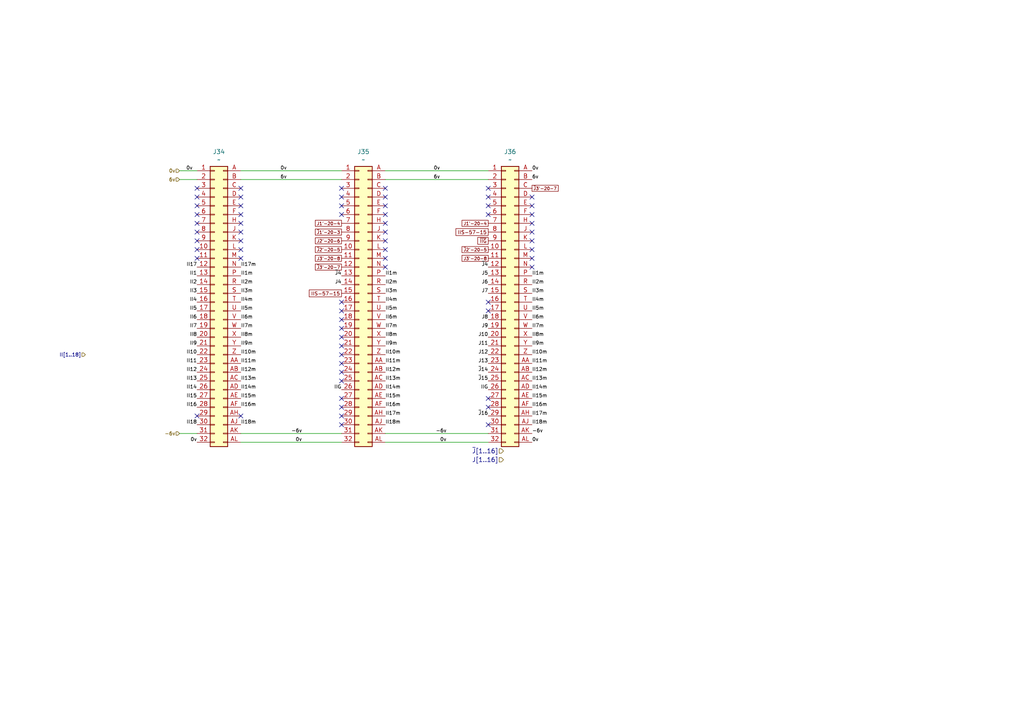
<source format=kicad_sch>
(kicad_sch (version 20211123) (generator eeschema)

  (uuid 6f5662dd-c0c0-4e46-b2db-e6a4abe5f038)

  (paper "A4")

  (lib_symbols
    (symbol "LSA:Conn_02x32" (pin_names (offset 1.016) hide) (in_bom yes) (on_board yes)
      (property "Reference" "J" (id 0) (at 1.27 40.64 0)
        (effects (font (size 1.27 1.27)))
      )
      (property "Value" "Conn_02x32" (id 1) (at 1.27 -43.18 0)
        (effects (font (size 1.27 1.27)))
      )
      (property "Footprint" "" (id 2) (at 0 0 0)
        (effects (font (size 1.27 1.27)) hide)
      )
      (property "Datasheet" "" (id 3) (at 0 0 0)
        (effects (font (size 1.27 1.27)) hide)
      )
      (property "ki_fp_filters" "Connector*:*_2x??_*" (id 4) (at 0 0 0)
        (effects (font (size 1.27 1.27)) hide)
      )
      (symbol "Conn_02x32_1_1"
        (rectangle (start -1.27 -40.513) (end 0 -40.767)
          (stroke (width 0.1524) (type default) (color 0 0 0 0))
          (fill (type none))
        )
        (rectangle (start -1.27 -37.973) (end 0 -38.227)
          (stroke (width 0.1524) (type default) (color 0 0 0 0))
          (fill (type none))
        )
        (rectangle (start -1.27 -35.433) (end 0 -35.687)
          (stroke (width 0.1524) (type default) (color 0 0 0 0))
          (fill (type none))
        )
        (rectangle (start -1.27 -32.893) (end 0 -33.147)
          (stroke (width 0.1524) (type default) (color 0 0 0 0))
          (fill (type none))
        )
        (rectangle (start -1.27 -30.353) (end 0 -30.607)
          (stroke (width 0.1524) (type default) (color 0 0 0 0))
          (fill (type none))
        )
        (rectangle (start -1.27 -27.813) (end 0 -28.067)
          (stroke (width 0.1524) (type default) (color 0 0 0 0))
          (fill (type none))
        )
        (rectangle (start -1.27 -25.273) (end 0 -25.527)
          (stroke (width 0.1524) (type default) (color 0 0 0 0))
          (fill (type none))
        )
        (rectangle (start -1.27 -22.733) (end 0 -22.987)
          (stroke (width 0.1524) (type default) (color 0 0 0 0))
          (fill (type none))
        )
        (rectangle (start -1.27 -20.193) (end 0 -20.447)
          (stroke (width 0.1524) (type default) (color 0 0 0 0))
          (fill (type none))
        )
        (rectangle (start -1.27 -17.653) (end 0 -17.907)
          (stroke (width 0.1524) (type default) (color 0 0 0 0))
          (fill (type none))
        )
        (rectangle (start -1.27 -15.113) (end 0 -15.367)
          (stroke (width 0.1524) (type default) (color 0 0 0 0))
          (fill (type none))
        )
        (rectangle (start -1.27 -12.573) (end 0 -12.827)
          (stroke (width 0.1524) (type default) (color 0 0 0 0))
          (fill (type none))
        )
        (rectangle (start -1.27 -10.033) (end 0 -10.287)
          (stroke (width 0.1524) (type default) (color 0 0 0 0))
          (fill (type none))
        )
        (rectangle (start -1.27 -7.493) (end 0 -7.747)
          (stroke (width 0.1524) (type default) (color 0 0 0 0))
          (fill (type none))
        )
        (rectangle (start -1.27 -4.953) (end 0 -5.207)
          (stroke (width 0.1524) (type default) (color 0 0 0 0))
          (fill (type none))
        )
        (rectangle (start -1.27 -2.413) (end 0 -2.667)
          (stroke (width 0.1524) (type default) (color 0 0 0 0))
          (fill (type none))
        )
        (rectangle (start -1.27 0.127) (end 0 -0.127)
          (stroke (width 0.1524) (type default) (color 0 0 0 0))
          (fill (type none))
        )
        (rectangle (start -1.27 2.667) (end 0 2.413)
          (stroke (width 0.1524) (type default) (color 0 0 0 0))
          (fill (type none))
        )
        (rectangle (start -1.27 5.207) (end 0 4.953)
          (stroke (width 0.1524) (type default) (color 0 0 0 0))
          (fill (type none))
        )
        (rectangle (start -1.27 7.747) (end 0 7.493)
          (stroke (width 0.1524) (type default) (color 0 0 0 0))
          (fill (type none))
        )
        (rectangle (start -1.27 10.287) (end 0 10.033)
          (stroke (width 0.1524) (type default) (color 0 0 0 0))
          (fill (type none))
        )
        (rectangle (start -1.27 12.827) (end 0 12.573)
          (stroke (width 0.1524) (type default) (color 0 0 0 0))
          (fill (type none))
        )
        (rectangle (start -1.27 15.367) (end 0 15.113)
          (stroke (width 0.1524) (type default) (color 0 0 0 0))
          (fill (type none))
        )
        (rectangle (start -1.27 17.907) (end 0 17.653)
          (stroke (width 0.1524) (type default) (color 0 0 0 0))
          (fill (type none))
        )
        (rectangle (start -1.27 20.447) (end 0 20.193)
          (stroke (width 0.1524) (type default) (color 0 0 0 0))
          (fill (type none))
        )
        (rectangle (start -1.27 22.987) (end 0 22.733)
          (stroke (width 0.1524) (type default) (color 0 0 0 0))
          (fill (type none))
        )
        (rectangle (start -1.27 25.527) (end 0 25.273)
          (stroke (width 0.1524) (type default) (color 0 0 0 0))
          (fill (type none))
        )
        (rectangle (start -1.27 28.067) (end 0 27.813)
          (stroke (width 0.1524) (type default) (color 0 0 0 0))
          (fill (type none))
        )
        (rectangle (start -1.27 30.607) (end 0 30.353)
          (stroke (width 0.1524) (type default) (color 0 0 0 0))
          (fill (type none))
        )
        (rectangle (start -1.27 33.147) (end 0 32.893)
          (stroke (width 0.1524) (type default) (color 0 0 0 0))
          (fill (type none))
        )
        (rectangle (start -1.27 35.687) (end 0 35.433)
          (stroke (width 0.1524) (type default) (color 0 0 0 0))
          (fill (type none))
        )
        (rectangle (start -1.27 38.227) (end 0 37.973)
          (stroke (width 0.1524) (type default) (color 0 0 0 0))
          (fill (type none))
        )
        (rectangle (start -1.27 39.37) (end 3.81 -41.91)
          (stroke (width 0.254) (type default) (color 0 0 0 0))
          (fill (type background))
        )
        (rectangle (start 3.81 -40.513) (end 2.54 -40.767)
          (stroke (width 0.1524) (type default) (color 0 0 0 0))
          (fill (type none))
        )
        (rectangle (start 3.81 -37.973) (end 2.54 -38.227)
          (stroke (width 0.1524) (type default) (color 0 0 0 0))
          (fill (type none))
        )
        (rectangle (start 3.81 -35.433) (end 2.54 -35.687)
          (stroke (width 0.1524) (type default) (color 0 0 0 0))
          (fill (type none))
        )
        (rectangle (start 3.81 -32.893) (end 2.54 -33.147)
          (stroke (width 0.1524) (type default) (color 0 0 0 0))
          (fill (type none))
        )
        (rectangle (start 3.81 -30.353) (end 2.54 -30.607)
          (stroke (width 0.1524) (type default) (color 0 0 0 0))
          (fill (type none))
        )
        (rectangle (start 3.81 -27.813) (end 2.54 -28.067)
          (stroke (width 0.1524) (type default) (color 0 0 0 0))
          (fill (type none))
        )
        (rectangle (start 3.81 -25.273) (end 2.54 -25.527)
          (stroke (width 0.1524) (type default) (color 0 0 0 0))
          (fill (type none))
        )
        (rectangle (start 3.81 -22.733) (end 2.54 -22.987)
          (stroke (width 0.1524) (type default) (color 0 0 0 0))
          (fill (type none))
        )
        (rectangle (start 3.81 -20.193) (end 2.54 -20.447)
          (stroke (width 0.1524) (type default) (color 0 0 0 0))
          (fill (type none))
        )
        (rectangle (start 3.81 -17.653) (end 2.54 -17.907)
          (stroke (width 0.1524) (type default) (color 0 0 0 0))
          (fill (type none))
        )
        (rectangle (start 3.81 -15.113) (end 2.54 -15.367)
          (stroke (width 0.1524) (type default) (color 0 0 0 0))
          (fill (type none))
        )
        (rectangle (start 3.81 -12.573) (end 2.54 -12.827)
          (stroke (width 0.1524) (type default) (color 0 0 0 0))
          (fill (type none))
        )
        (rectangle (start 3.81 -10.033) (end 2.54 -10.287)
          (stroke (width 0.1524) (type default) (color 0 0 0 0))
          (fill (type none))
        )
        (rectangle (start 3.81 -7.493) (end 2.54 -7.747)
          (stroke (width 0.1524) (type default) (color 0 0 0 0))
          (fill (type none))
        )
        (rectangle (start 3.81 -4.953) (end 2.54 -5.207)
          (stroke (width 0.1524) (type default) (color 0 0 0 0))
          (fill (type none))
        )
        (rectangle (start 3.81 -2.413) (end 2.54 -2.667)
          (stroke (width 0.1524) (type default) (color 0 0 0 0))
          (fill (type none))
        )
        (rectangle (start 3.81 0.127) (end 2.54 -0.127)
          (stroke (width 0.1524) (type default) (color 0 0 0 0))
          (fill (type none))
        )
        (rectangle (start 3.81 2.667) (end 2.54 2.413)
          (stroke (width 0.1524) (type default) (color 0 0 0 0))
          (fill (type none))
        )
        (rectangle (start 3.81 5.207) (end 2.54 4.953)
          (stroke (width 0.1524) (type default) (color 0 0 0 0))
          (fill (type none))
        )
        (rectangle (start 3.81 7.747) (end 2.54 7.493)
          (stroke (width 0.1524) (type default) (color 0 0 0 0))
          (fill (type none))
        )
        (rectangle (start 3.81 10.287) (end 2.54 10.033)
          (stroke (width 0.1524) (type default) (color 0 0 0 0))
          (fill (type none))
        )
        (rectangle (start 3.81 12.827) (end 2.54 12.573)
          (stroke (width 0.1524) (type default) (color 0 0 0 0))
          (fill (type none))
        )
        (rectangle (start 3.81 15.367) (end 2.54 15.113)
          (stroke (width 0.1524) (type default) (color 0 0 0 0))
          (fill (type none))
        )
        (rectangle (start 3.81 17.907) (end 2.54 17.653)
          (stroke (width 0.1524) (type default) (color 0 0 0 0))
          (fill (type none))
        )
        (rectangle (start 3.81 20.447) (end 2.54 20.193)
          (stroke (width 0.1524) (type default) (color 0 0 0 0))
          (fill (type none))
        )
        (rectangle (start 3.81 22.987) (end 2.54 22.733)
          (stroke (width 0.1524) (type default) (color 0 0 0 0))
          (fill (type none))
        )
        (rectangle (start 3.81 25.527) (end 2.54 25.273)
          (stroke (width 0.1524) (type default) (color 0 0 0 0))
          (fill (type none))
        )
        (rectangle (start 3.81 28.067) (end 2.54 27.813)
          (stroke (width 0.1524) (type default) (color 0 0 0 0))
          (fill (type none))
        )
        (rectangle (start 3.81 30.607) (end 2.54 30.353)
          (stroke (width 0.1524) (type default) (color 0 0 0 0))
          (fill (type none))
        )
        (rectangle (start 3.81 33.147) (end 2.54 32.893)
          (stroke (width 0.1524) (type default) (color 0 0 0 0))
          (fill (type none))
        )
        (rectangle (start 3.81 35.687) (end 2.54 35.433)
          (stroke (width 0.1524) (type default) (color 0 0 0 0))
          (fill (type none))
        )
        (rectangle (start 3.81 38.227) (end 2.54 37.973)
          (stroke (width 0.1524) (type default) (color 0 0 0 0))
          (fill (type none))
        )
        (pin passive line (at -5.08 38.1 0) (length 3.81)
          (name "Pin_1" (effects (font (size 1.27 1.27))))
          (number "1" (effects (font (size 1.27 1.27))))
        )
        (pin passive line (at -5.08 15.24 0) (length 3.81)
          (name "Pin_10" (effects (font (size 1.27 1.27))))
          (number "10" (effects (font (size 1.27 1.27))))
        )
        (pin passive line (at -5.08 12.7 0) (length 3.81)
          (name "Pin_11" (effects (font (size 1.27 1.27))))
          (number "11" (effects (font (size 1.27 1.27))))
        )
        (pin passive line (at -5.08 10.16 0) (length 3.81)
          (name "Pin_12" (effects (font (size 1.27 1.27))))
          (number "12" (effects (font (size 1.27 1.27))))
        )
        (pin passive line (at -5.08 7.62 0) (length 3.81)
          (name "Pin_13" (effects (font (size 1.27 1.27))))
          (number "13" (effects (font (size 1.27 1.27))))
        )
        (pin passive line (at -5.08 5.08 0) (length 3.81)
          (name "Pin_14" (effects (font (size 1.27 1.27))))
          (number "14" (effects (font (size 1.27 1.27))))
        )
        (pin passive line (at -5.08 2.54 0) (length 3.81)
          (name "Pin_15" (effects (font (size 1.27 1.27))))
          (number "15" (effects (font (size 1.27 1.27))))
        )
        (pin passive line (at -5.08 0 0) (length 3.81)
          (name "Pin_16" (effects (font (size 1.27 1.27))))
          (number "16" (effects (font (size 1.27 1.27))))
        )
        (pin passive line (at -5.08 -2.54 0) (length 3.81)
          (name "Pin_17" (effects (font (size 1.27 1.27))))
          (number "17" (effects (font (size 1.27 1.27))))
        )
        (pin passive line (at -5.08 -5.08 0) (length 3.81)
          (name "Pin_18" (effects (font (size 1.27 1.27))))
          (number "18" (effects (font (size 1.27 1.27))))
        )
        (pin passive line (at -5.08 -7.62 0) (length 3.81)
          (name "Pin_19" (effects (font (size 1.27 1.27))))
          (number "19" (effects (font (size 1.27 1.27))))
        )
        (pin passive line (at -5.08 35.56 0) (length 3.81)
          (name "Pin_2" (effects (font (size 1.27 1.27))))
          (number "2" (effects (font (size 1.27 1.27))))
        )
        (pin passive line (at -5.08 -10.16 0) (length 3.81)
          (name "Pin_20" (effects (font (size 1.27 1.27))))
          (number "20" (effects (font (size 1.27 1.27))))
        )
        (pin passive line (at -5.08 -12.7 0) (length 3.81)
          (name "Pin_21" (effects (font (size 1.27 1.27))))
          (number "21" (effects (font (size 1.27 1.27))))
        )
        (pin passive line (at -5.08 -15.24 0) (length 3.81)
          (name "Pin_22" (effects (font (size 1.27 1.27))))
          (number "22" (effects (font (size 1.27 1.27))))
        )
        (pin passive line (at -5.08 -17.78 0) (length 3.81)
          (name "Pin_23" (effects (font (size 1.27 1.27))))
          (number "23" (effects (font (size 1.27 1.27))))
        )
        (pin passive line (at -5.08 -20.32 0) (length 3.81)
          (name "Pin_24" (effects (font (size 1.27 1.27))))
          (number "24" (effects (font (size 1.27 1.27))))
        )
        (pin passive line (at -5.08 -22.86 0) (length 3.81)
          (name "Pin_25" (effects (font (size 1.27 1.27))))
          (number "25" (effects (font (size 1.27 1.27))))
        )
        (pin passive line (at -5.08 -25.4 0) (length 3.81)
          (name "Pin_26" (effects (font (size 1.27 1.27))))
          (number "26" (effects (font (size 1.27 1.27))))
        )
        (pin passive line (at -5.08 -27.94 0) (length 3.81)
          (name "Pin_27" (effects (font (size 1.27 1.27))))
          (number "27" (effects (font (size 1.27 1.27))))
        )
        (pin passive line (at -5.08 -30.48 0) (length 3.81)
          (name "Pin_28" (effects (font (size 1.27 1.27))))
          (number "28" (effects (font (size 1.27 1.27))))
        )
        (pin passive line (at -5.08 -33.02 0) (length 3.81)
          (name "Pin_29" (effects (font (size 1.27 1.27))))
          (number "29" (effects (font (size 1.27 1.27))))
        )
        (pin passive line (at -5.08 33.02 0) (length 3.81)
          (name "Pin_3" (effects (font (size 1.27 1.27))))
          (number "3" (effects (font (size 1.27 1.27))))
        )
        (pin passive line (at -5.08 -35.56 0) (length 3.81)
          (name "Pin_30" (effects (font (size 1.27 1.27))))
          (number "30" (effects (font (size 1.27 1.27))))
        )
        (pin passive line (at -5.08 -38.1 0) (length 3.81)
          (name "Pin_31" (effects (font (size 1.27 1.27))))
          (number "31" (effects (font (size 1.27 1.27))))
        )
        (pin passive line (at -5.08 -40.64 0) (length 3.81)
          (name "Pin_32" (effects (font (size 1.27 1.27))))
          (number "32" (effects (font (size 1.27 1.27))))
        )
        (pin passive line (at -5.08 30.48 0) (length 3.81)
          (name "Pin_4" (effects (font (size 1.27 1.27))))
          (number "4" (effects (font (size 1.27 1.27))))
        )
        (pin passive line (at -5.08 27.94 0) (length 3.81)
          (name "Pin_5" (effects (font (size 1.27 1.27))))
          (number "5" (effects (font (size 1.27 1.27))))
        )
        (pin passive line (at -5.08 25.4 0) (length 3.81)
          (name "Pin_6" (effects (font (size 1.27 1.27))))
          (number "6" (effects (font (size 1.27 1.27))))
        )
        (pin passive line (at -5.08 22.86 0) (length 3.81)
          (name "Pin_7" (effects (font (size 1.27 1.27))))
          (number "7" (effects (font (size 1.27 1.27))))
        )
        (pin passive line (at -5.08 20.32 0) (length 3.81)
          (name "Pin_8" (effects (font (size 1.27 1.27))))
          (number "8" (effects (font (size 1.27 1.27))))
        )
        (pin passive line (at -5.08 17.78 0) (length 3.81)
          (name "Pin_9" (effects (font (size 1.27 1.27))))
          (number "9" (effects (font (size 1.27 1.27))))
        )
        (pin passive line (at 7.62 38.1 180) (length 3.81)
          (name "Pin_A" (effects (font (size 1.27 1.27))))
          (number "A" (effects (font (size 1.27 1.27))))
        )
        (pin passive line (at 7.62 -17.78 180) (length 3.81)
          (name "Pin_AA" (effects (font (size 1.27 1.27))))
          (number "AA" (effects (font (size 1.27 1.27))))
        )
        (pin passive line (at 7.62 -20.32 180) (length 3.81)
          (name "Pin_AB" (effects (font (size 1.27 1.27))))
          (number "AB" (effects (font (size 1.27 1.27))))
        )
        (pin passive line (at 7.62 -22.86 180) (length 3.81)
          (name "Pin_AC" (effects (font (size 1.27 1.27))))
          (number "AC" (effects (font (size 1.27 1.27))))
        )
        (pin passive line (at 7.62 -25.4 180) (length 3.81)
          (name "Pin_AD" (effects (font (size 1.27 1.27))))
          (number "AD" (effects (font (size 1.27 1.27))))
        )
        (pin passive line (at 7.62 -27.94 180) (length 3.81)
          (name "Pin_AE" (effects (font (size 1.27 1.27))))
          (number "AE" (effects (font (size 1.27 1.27))))
        )
        (pin passive line (at 7.62 -30.48 180) (length 3.81)
          (name "Pin_AF" (effects (font (size 1.27 1.27))))
          (number "AF" (effects (font (size 1.27 1.27))))
        )
        (pin passive line (at 7.62 -33.02 180) (length 3.81)
          (name "Pin_AH" (effects (font (size 1.27 1.27))))
          (number "AH" (effects (font (size 1.27 1.27))))
        )
        (pin passive line (at 7.62 -35.56 180) (length 3.81)
          (name "Pin_AJ" (effects (font (size 1.27 1.27))))
          (number "AJ" (effects (font (size 1.27 1.27))))
        )
        (pin passive line (at 7.62 -38.1 180) (length 3.81)
          (name "Pin_AK" (effects (font (size 1.27 1.27))))
          (number "AK" (effects (font (size 1.27 1.27))))
        )
        (pin passive line (at 7.62 -40.64 180) (length 3.81)
          (name "Pin_AL" (effects (font (size 1.27 1.27))))
          (number "AL" (effects (font (size 1.27 1.27))))
        )
        (pin passive line (at 7.62 35.56 180) (length 3.81)
          (name "Pin_B" (effects (font (size 1.27 1.27))))
          (number "B" (effects (font (size 1.27 1.27))))
        )
        (pin passive line (at 7.62 33.02 180) (length 3.81)
          (name "Pin_C" (effects (font (size 1.27 1.27))))
          (number "C" (effects (font (size 1.27 1.27))))
        )
        (pin passive line (at 7.62 30.48 180) (length 3.81)
          (name "Pin_D" (effects (font (size 1.27 1.27))))
          (number "D" (effects (font (size 1.27 1.27))))
        )
        (pin passive line (at 7.62 27.94 180) (length 3.81)
          (name "Pin_E" (effects (font (size 1.27 1.27))))
          (number "E" (effects (font (size 1.27 1.27))))
        )
        (pin passive line (at 7.62 25.4 180) (length 3.81)
          (name "Pin_F" (effects (font (size 1.27 1.27))))
          (number "F" (effects (font (size 1.27 1.27))))
        )
        (pin passive line (at 7.62 22.86 180) (length 3.81)
          (name "Pin_H" (effects (font (size 1.27 1.27))))
          (number "H" (effects (font (size 1.27 1.27))))
        )
        (pin passive line (at 7.62 20.32 180) (length 3.81)
          (name "Pin_J" (effects (font (size 1.27 1.27))))
          (number "J" (effects (font (size 1.27 1.27))))
        )
        (pin passive line (at 7.62 17.78 180) (length 3.81)
          (name "Pin_K" (effects (font (size 1.27 1.27))))
          (number "K" (effects (font (size 1.27 1.27))))
        )
        (pin passive line (at 7.62 15.24 180) (length 3.81)
          (name "Pin_L" (effects (font (size 1.27 1.27))))
          (number "L" (effects (font (size 1.27 1.27))))
        )
        (pin passive line (at 7.62 12.7 180) (length 3.81)
          (name "Pin_M" (effects (font (size 1.27 1.27))))
          (number "M" (effects (font (size 1.27 1.27))))
        )
        (pin passive line (at 7.62 10.16 180) (length 3.81)
          (name "Pin_N" (effects (font (size 1.27 1.27))))
          (number "N" (effects (font (size 1.27 1.27))))
        )
        (pin passive line (at 7.62 7.62 180) (length 3.81)
          (name "Pin_P" (effects (font (size 1.27 1.27))))
          (number "P" (effects (font (size 1.27 1.27))))
        )
        (pin passive line (at 7.62 5.08 180) (length 3.81)
          (name "Pin_R" (effects (font (size 1.27 1.27))))
          (number "R" (effects (font (size 1.27 1.27))))
        )
        (pin passive line (at 7.62 2.54 180) (length 3.81)
          (name "Pin_S" (effects (font (size 1.27 1.27))))
          (number "S" (effects (font (size 1.27 1.27))))
        )
        (pin passive line (at 7.62 0 180) (length 3.81)
          (name "Pin_T" (effects (font (size 1.27 1.27))))
          (number "T" (effects (font (size 1.27 1.27))))
        )
        (pin passive line (at 7.62 -2.54 180) (length 3.81)
          (name "Pin_U" (effects (font (size 1.27 1.27))))
          (number "U" (effects (font (size 1.27 1.27))))
        )
        (pin passive line (at 7.62 -5.08 180) (length 3.81)
          (name "Pin_V" (effects (font (size 1.27 1.27))))
          (number "V" (effects (font (size 1.27 1.27))))
        )
        (pin passive line (at 7.62 -7.62 180) (length 3.81)
          (name "Pin_W" (effects (font (size 1.27 1.27))))
          (number "W" (effects (font (size 1.27 1.27))))
        )
        (pin passive line (at 7.62 -10.16 180) (length 3.81)
          (name "Pin_X" (effects (font (size 1.27 1.27))))
          (number "X" (effects (font (size 1.27 1.27))))
        )
        (pin passive line (at 7.62 -12.7 180) (length 3.81)
          (name "Pin_Y" (effects (font (size 1.27 1.27))))
          (number "Y" (effects (font (size 1.27 1.27))))
        )
        (pin passive line (at 7.62 -15.24 180) (length 3.81)
          (name "Pin_Z" (effects (font (size 1.27 1.27))))
          (number "Z" (effects (font (size 1.27 1.27))))
        )
      )
    )
  )


  (no_connect (at 154.305 67.31) (uuid 022d5b10-5a8c-450a-b858-b9d4c2b508af))
  (no_connect (at 111.76 67.31) (uuid 06f0c27d-e707-41da-bfae-4fa53e391a7a))
  (no_connect (at 57.15 54.61) (uuid 0d85f418-ead9-4da1-9182-38a248dfa583))
  (no_connect (at 141.605 90.17) (uuid 0ea63f30-6276-4361-99a0-7745eaafd1ea))
  (no_connect (at 141.605 59.69) (uuid 0eaf31e4-65c2-4392-a0ec-948050ea2557))
  (no_connect (at 141.605 87.63) (uuid 17839c06-63a7-47b1-921d-66f9f7b6e723))
  (no_connect (at 141.605 57.15) (uuid 17e6206a-1895-4bfe-a102-58669b9f806a))
  (no_connect (at 99.06 97.79) (uuid 20569af1-1a60-46c4-a297-1e69ec73d1c9))
  (no_connect (at 154.305 69.85) (uuid 21502922-f79f-496b-b7aa-ec567aa6c20b))
  (no_connect (at 99.06 105.41) (uuid 243a0ad5-d016-4870-8f39-2f13ae4d87d9))
  (no_connect (at 154.305 74.93) (uuid 27e686ef-7363-415f-9fad-5c02c461b4d9))
  (no_connect (at 69.85 64.77) (uuid 2b340744-88a6-4e0b-8776-27a6fb4d6f96))
  (no_connect (at 69.85 67.31) (uuid 2becb9ee-78cc-4491-acd6-0bc325068781))
  (no_connect (at 99.06 59.69) (uuid 2e48860a-e332-4fed-b7b3-181991fd9a50))
  (no_connect (at 57.15 64.77) (uuid 325a3755-1512-4e52-a534-77f7e66dc369))
  (no_connect (at 57.15 62.23) (uuid 32bd3292-1384-47d5-9e5c-faa7347adc6c))
  (no_connect (at 99.06 110.49) (uuid 343ea11b-137f-4f9e-9e57-f6156abca87c))
  (no_connect (at 57.15 74.93) (uuid 35a5d773-5fb4-40f1-a0a3-e1e8b346a9ea))
  (no_connect (at 111.76 69.85) (uuid 35c1fe75-5eed-4afc-aacc-257f15278568))
  (no_connect (at 141.605 62.23) (uuid 361cf1df-0d91-4fd9-84ea-485bbb166c13))
  (no_connect (at 57.15 120.65) (uuid 37f5b6e8-a58b-445a-b414-2fcfbc29da73))
  (no_connect (at 111.76 62.23) (uuid 43fdf3eb-817b-4c72-90a3-c4ba77ec7a6d))
  (no_connect (at 141.605 54.61) (uuid 4c73797f-818c-4af7-9b12-a7a14e98a9bb))
  (no_connect (at 154.305 77.47) (uuid 507cc9cb-2f44-4449-9b58-afae289098c3))
  (no_connect (at 141.605 115.57) (uuid 520b0a7f-fcd6-4ebf-858a-481e9347571c))
  (no_connect (at 154.305 62.23) (uuid 52894143-68a9-4441-90b7-9003f1c107b3))
  (no_connect (at 99.06 92.71) (uuid 550e4acf-a20f-48d3-9adc-34621be90a13))
  (no_connect (at 57.15 72.39) (uuid 5658eeec-d0c9-428d-b1b9-ab2e40d53191))
  (no_connect (at 57.15 69.85) (uuid 5869e0bb-5fdd-43e2-be24-4ae18d0c7c11))
  (no_connect (at 99.06 115.57) (uuid 5a4b2c23-037a-4efa-9993-2189b447e2f1))
  (no_connect (at 99.06 102.87) (uuid 5b7cb587-6cf3-40ae-b123-44b0c23b0dd3))
  (no_connect (at 141.605 118.11) (uuid 5d764575-454c-4cd3-9f4b-3cfbb2eea4e2))
  (no_connect (at 99.06 62.23) (uuid 5e94f1ae-b358-4ca5-a1e0-294563e65bf0))
  (no_connect (at 69.85 59.69) (uuid 6165b22c-499e-491f-8153-282a75546220))
  (no_connect (at 99.06 95.25) (uuid 65db5b26-23d8-4f39-8af0-99f303159b68))
  (no_connect (at 99.06 100.33) (uuid 6b1a9ee9-49af-40e5-96f9-8c9bfe7747b2))
  (no_connect (at 57.15 67.31) (uuid 6c768680-a2d5-470b-822d-92fe2c01b400))
  (no_connect (at 111.76 57.15) (uuid 78975c6f-2ddc-4e7c-a775-451708415132))
  (no_connect (at 111.76 59.69) (uuid 7c238393-beb5-4953-b549-2fb4f54de1b3))
  (no_connect (at 99.06 87.63) (uuid 7d699990-bab0-4947-becc-0813ec97c9ae))
  (no_connect (at 99.06 123.19) (uuid 7f9c3178-3304-4dac-aa6d-589ca897727d))
  (no_connect (at 111.76 74.93) (uuid 861d42fc-064f-4551-b96f-785ecdd5a4b4))
  (no_connect (at 99.06 57.15) (uuid 88e24fe4-0380-4c46-8dcc-915fc782d570))
  (no_connect (at 99.06 118.11) (uuid 8eb6b7de-1f12-4c2d-9ceb-5a7098c443c9))
  (no_connect (at 99.06 107.95) (uuid 97162302-c80b-4af5-b0be-f5467ccaa682))
  (no_connect (at 69.85 72.39) (uuid 9f3c9331-8d58-43cb-8df2-f8026b8735e9))
  (no_connect (at 111.76 64.77) (uuid a2e66a44-073a-43b0-a3f1-a89f2cd7e8d9))
  (no_connect (at 154.305 59.69) (uuid a58af381-66ac-4490-a40a-50b7dbdccb26))
  (no_connect (at 69.85 54.61) (uuid b0bf0aa8-44b6-4b88-97db-dd56fce626dc))
  (no_connect (at 57.15 59.69) (uuid b58d5c57-5599-4b72-aa97-512950429924))
  (no_connect (at 111.76 77.47) (uuid ba3cb7c6-cc66-4250-b08e-07647991ff7f))
  (no_connect (at 99.06 120.65) (uuid bb84eec6-d21d-431c-9367-45fffd7d561e))
  (no_connect (at 69.85 120.65) (uuid bfe4921d-8911-4169-8437-26a49813a554))
  (no_connect (at 69.85 74.93) (uuid c18f6202-bda8-4c8d-8106-58fd5cc9a47a))
  (no_connect (at 69.85 69.85) (uuid ccf8b3bb-2447-4da5-9ffb-dfd800f74b30))
  (no_connect (at 99.06 54.61) (uuid cd78f1bf-2776-42d0-9dcf-d8ec1601e89b))
  (no_connect (at 141.605 123.19) (uuid d4315b8c-4d5c-441a-84ee-aea519ee1fa6))
  (no_connect (at 57.15 57.15) (uuid d76c76ee-b181-4243-ab65-b2205890c5b3))
  (no_connect (at 69.85 57.15) (uuid d99a187e-b09a-47e0-8151-1f70e91cc2ed))
  (no_connect (at 154.305 57.15) (uuid e49ae048-90c2-4137-9e50-4ec457cc1d7b))
  (no_connect (at 111.76 54.61) (uuid e7e1dc5b-8162-44c7-8907-7b0f19e8e946))
  (no_connect (at 69.85 62.23) (uuid f6924f38-e828-4042-8539-3601760d7ef7))
  (no_connect (at 154.305 72.39) (uuid fb5442fa-adc5-402e-8f9b-72c23d465592))
  (no_connect (at 111.76 72.39) (uuid fc4d81d1-1476-481e-93c6-7397df96e63a))
  (no_connect (at 154.305 64.77) (uuid fc62fdee-2467-44f0-992d-a106ded0f5ee))
  (no_connect (at 99.06 90.17) (uuid fd868357-103e-47bd-b587-bbef0d99c032))

  (wire (pts (xy 52.07 49.53) (xy 57.15 49.53))
    (stroke (width 0) (type default) (color 0 0 0 0))
    (uuid 013e4425-17fb-43b8-abfc-78bc9edfe658)
  )
  (wire (pts (xy 111.76 125.73) (xy 141.605 125.73))
    (stroke (width 0) (type default) (color 0 0 0 0))
    (uuid 233cd7c6-e290-43f6-a471-5c0cbb932bd3)
  )
  (wire (pts (xy 69.85 125.73) (xy 99.06 125.73))
    (stroke (width 0) (type default) (color 0 0 0 0))
    (uuid 4562fd9c-379b-41b7-8967-1942e2d0360f)
  )
  (wire (pts (xy 111.76 52.07) (xy 141.605 52.07))
    (stroke (width 0) (type default) (color 0 0 0 0))
    (uuid 48ab8731-5d18-4d6d-8c67-4d81be8721e7)
  )
  (wire (pts (xy 111.76 49.53) (xy 141.605 49.53))
    (stroke (width 0) (type default) (color 0 0 0 0))
    (uuid 51db5860-1f99-445a-b783-00d5e9f6ac82)
  )
  (wire (pts (xy 69.85 52.07) (xy 99.06 52.07))
    (stroke (width 0) (type default) (color 0 0 0 0))
    (uuid 5563907d-a591-4d15-b3d4-25fa797e8d4d)
  )
  (wire (pts (xy 69.85 128.27) (xy 99.06 128.27))
    (stroke (width 0) (type default) (color 0 0 0 0))
    (uuid 9d218779-7a0e-4270-983f-426e39b5bd0c)
  )
  (wire (pts (xy 69.85 49.53) (xy 99.06 49.53))
    (stroke (width 0) (type default) (color 0 0 0 0))
    (uuid a7958c14-78b6-4d64-aac5-2bed1d47e7fe)
  )
  (wire (pts (xy 111.76 128.27) (xy 141.605 128.27))
    (stroke (width 0) (type default) (color 0 0 0 0))
    (uuid afda60ab-fc7f-48e2-91cb-f34e7cc26d02)
  )
  (wire (pts (xy 57.15 52.07) (xy 52.07 52.07))
    (stroke (width 0) (type default) (color 0 0 0 0))
    (uuid b58521d1-42a1-40a1-8df8-6e9012386eb6)
  )
  (wire (pts (xy 57.15 125.73) (xy 52.07 125.73))
    (stroke (width 0) (type default) (color 0 0 0 0))
    (uuid dac79450-4fa5-42ff-ab90-98dfe431d168)
  )

  (label "II10m" (at 111.76 102.87 0)
    (effects (font (size 1.016 1.016)) (justify left bottom))
    (uuid 015497b5-c2c1-4d10-8c22-984bf983b1f9)
  )
  (label "II9m" (at 154.305 100.33 0)
    (effects (font (size 1.016 1.016)) (justify left bottom))
    (uuid 01930f87-5ca1-4547-8ddd-5f10472dae5c)
  )
  (label "II4" (at 57.15 87.63 180)
    (effects (font (size 1.016 1.016)) (justify right bottom))
    (uuid 053ddafc-e244-4000-878c-46b9b6451e88)
  )
  (label "II4m" (at 154.305 87.63 0)
    (effects (font (size 1.016 1.016)) (justify left bottom))
    (uuid 05f0f3c9-966b-4514-85d8-a74da4b83280)
  )
  (label "II13m" (at 154.305 110.49 0)
    (effects (font (size 1.016 1.016)) (justify left bottom))
    (uuid 067555c2-561b-4167-80b9-3de30982d3fa)
  )
  (label "II12m" (at 111.76 107.95 0)
    (effects (font (size 1.016 1.016)) (justify left bottom))
    (uuid 0829bbe7-d4cb-4952-85bc-b2f666a8ca93)
  )
  (label "II8m" (at 69.85 97.79 0)
    (effects (font (size 1.016 1.016)) (justify left bottom))
    (uuid 0a6fce0f-2f1c-49ad-9547-8ed929428bb1)
  )
  (label "II17m" (at 154.305 120.65 0)
    (effects (font (size 1.016 1.016)) (justify left bottom))
    (uuid 0d1201c6-419a-4450-8370-e4a8fa7d317a)
  )
  (label "J7" (at 141.605 85.09 180)
    (effects (font (size 1.016 1.016)) (justify right bottom))
    (uuid 142a2214-7ce3-448e-aedb-7ccdffbca3a3)
  )
  (label "6v" (at 154.305 52.07 0)
    (effects (font (size 1.016 1.016)) (justify left bottom))
    (uuid 186bc538-586d-4488-ae69-534e2bf4e4bc)
  )
  (label "II6m" (at 69.85 92.71 0)
    (effects (font (size 1.016 1.016)) (justify left bottom))
    (uuid 1aebeaeb-3d13-4fce-b011-2715198a32a0)
  )
  (label "II11m" (at 69.85 105.41 0)
    (effects (font (size 1.016 1.016)) (justify left bottom))
    (uuid 216d8d12-48f1-4cae-8cdc-31fb87e31d6a)
  )
  (label "-6v" (at 126.365 125.73 0)
    (effects (font (size 1.016 1.016)) (justify left bottom))
    (uuid 2892722d-c9d7-4043-a7c3-06922a0f75a0)
  )
  (label "II3m" (at 111.76 85.09 0)
    (effects (font (size 1.016 1.016)) (justify left bottom))
    (uuid 2a557d76-b8cf-4f12-b6eb-7f3bfdddd4e1)
  )
  (label "II9m" (at 69.85 100.33 0)
    (effects (font (size 1.016 1.016)) (justify left bottom))
    (uuid 2ab017f8-b050-41f2-8b97-b1766d0f518d)
  )
  (label "II2" (at 57.15 82.55 180)
    (effects (font (size 1.016 1.016)) (justify right bottom))
    (uuid 2cb0c9a6-0cb0-4d6f-97dc-901fa114324c)
  )
  (label "II15m" (at 69.85 115.57 0)
    (effects (font (size 1.016 1.016)) (justify left bottom))
    (uuid 2e86a628-8fa3-4238-abb8-0d9bb41db099)
  )
  (label "II6m" (at 154.305 92.71 0)
    (effects (font (size 1.016 1.016)) (justify left bottom))
    (uuid 2f0750c6-38ac-43a3-a48e-589cf5e7634c)
  )
  (label "II17m" (at 111.76 120.65 0)
    (effects (font (size 1.016 1.016)) (justify left bottom))
    (uuid 31a1093c-f978-47dd-a7e0-7cba494debdb)
  )
  (label "6v" (at 125.73 52.07 0)
    (effects (font (size 1.016 1.016)) (justify left bottom))
    (uuid 31d5e627-86b4-413a-9d26-f4eb09fbd38b)
  )
  (label "II1m" (at 154.305 80.01 0)
    (effects (font (size 1.016 1.016)) (justify left bottom))
    (uuid 37be4682-c9a8-4bc6-bb8e-433aec6d40eb)
  )
  (label "II2m" (at 154.305 82.55 0)
    (effects (font (size 1.016 1.016)) (justify left bottom))
    (uuid 381729e5-d189-4faa-bbc8-d74fd5cddf83)
  )
  (label "II17m" (at 69.85 77.47 0)
    (effects (font (size 1.016 1.016)) (justify left bottom))
    (uuid 3db092f9-b25a-4b26-b06b-45b30d6aaf13)
  )
  (label "II12m" (at 69.85 107.95 0)
    (effects (font (size 1.016 1.016)) (justify left bottom))
    (uuid 3ff0e243-05c8-4d62-a830-77d8fb74f431)
  )
  (label "II15m" (at 154.305 115.57 0)
    (effects (font (size 1.016 1.016)) (justify left bottom))
    (uuid 410bf304-04c9-4d62-911e-281785f0a2bf)
  )
  (label "J9" (at 141.605 95.25 180)
    (effects (font (size 1.016 1.016)) (justify right bottom))
    (uuid 4287073c-3f03-4f4d-a7d6-a934e5203822)
  )
  (label "II12" (at 57.15 107.95 180)
    (effects (font (size 1.016 1.016)) (justify right bottom))
    (uuid 44991a4d-0274-4330-bd5d-957e6cc3f3cb)
  )
  (label "J5" (at 141.605 80.01 180)
    (effects (font (size 1.016 1.016)) (justify right bottom))
    (uuid 4c29746c-fc48-4985-9c49-2af16bb53c02)
  )
  (label "II16m" (at 154.305 118.11 0)
    (effects (font (size 1.016 1.016)) (justify left bottom))
    (uuid 4c6d9f5f-4f61-4067-bc57-13edad630596)
  )
  (label "II17" (at 57.15 77.47 180)
    (effects (font (size 1.016 1.016)) (justify right bottom))
    (uuid 4cdfe7d8-ae65-44a1-8922-f1d5d9245872)
  )
  (label "IIG" (at 99.06 113.03 180)
    (effects (font (size 1.016 1.016)) (justify right bottom))
    (uuid 4dd18fcc-c68d-484d-8c67-59a63cb5d98d)
  )
  (label "J11" (at 141.605 100.33 180)
    (effects (font (size 1.016 1.016)) (justify right bottom))
    (uuid 4ffd95c6-aeaf-46c6-bf49-f4009fb86c87)
  )
  (label "II14m" (at 154.305 113.03 0)
    (effects (font (size 1.016 1.016)) (justify left bottom))
    (uuid 50c69229-0d24-4bad-a1c1-a54afa3806cb)
  )
  (label "II7" (at 57.15 95.25 180)
    (effects (font (size 1.016 1.016)) (justify right bottom))
    (uuid 511dc9bb-2748-4e11-a68e-b1d394e992b7)
  )
  (label "II13" (at 57.15 110.49 180)
    (effects (font (size 1.016 1.016)) (justify right bottom))
    (uuid 52799284-3844-419b-bd2d-80e7d331a1ea)
  )
  (label "J10" (at 141.605 97.79 180)
    (effects (font (size 1.016 1.016)) (justify right bottom))
    (uuid 56aaed36-3482-4166-8b00-37eaa4a7b7aa)
  )
  (label "II9m" (at 111.76 100.33 0)
    (effects (font (size 1.016 1.016)) (justify left bottom))
    (uuid 56ab8b5a-bae7-47e0-8c4b-e2235655dc32)
  )
  (label "II8m" (at 154.305 97.79 0)
    (effects (font (size 1.016 1.016)) (justify left bottom))
    (uuid 5fcfa29e-9599-46d4-bba9-3e7030a415dc)
  )
  (label "II13m" (at 69.85 110.49 0)
    (effects (font (size 1.016 1.016)) (justify left bottom))
    (uuid 5fd32546-8711-4268-b780-d3aad6d45c07)
  )
  (label "II8m" (at 111.76 97.79 0)
    (effects (font (size 1.016 1.016)) (justify left bottom))
    (uuid 609df70f-e710-4461-a7c4-a688d3084416)
  )
  (label "II18m" (at 111.76 123.19 0)
    (effects (font (size 1.016 1.016)) (justify left bottom))
    (uuid 62d54d40-46a3-4041-af9e-9ee3e0f3f011)
  )
  (label "II12m" (at 154.305 107.95 0)
    (effects (font (size 1.016 1.016)) (justify left bottom))
    (uuid 684f8382-6d69-4fbd-a99d-a2898c09f5c8)
  )
  (label "II11m" (at 111.76 105.41 0)
    (effects (font (size 1.016 1.016)) (justify left bottom))
    (uuid 6bd81d24-7aa4-43ea-bf48-e62ba7f39a74)
  )
  (label "J6" (at 141.605 82.55 180)
    (effects (font (size 1.016 1.016)) (justify right bottom))
    (uuid 6c0d5fc3-1f3d-4508-89c3-a284ca46c9d4)
  )
  (label "~{J}16" (at 141.605 120.65 180)
    (effects (font (size 1.016 1.016)) (justify right bottom))
    (uuid 6ee5654d-e674-4377-9d95-d4eb5ec228c2)
  )
  (label "II7m" (at 111.76 95.25 0)
    (effects (font (size 1.016 1.016)) (justify left bottom))
    (uuid 704d3ef0-d025-47f3-8006-2f120aaa2c10)
  )
  (label "II14" (at 57.15 113.03 180)
    (effects (font (size 1.016 1.016)) (justify right bottom))
    (uuid 75185d30-fd67-4667-9217-da984b75a49d)
  )
  (label "II11" (at 57.15 105.41 180)
    (effects (font (size 1.016 1.016)) (justify right bottom))
    (uuid 765f5fc1-b323-4f62-80c5-e9d19e4329ee)
  )
  (label "J13" (at 141.605 105.41 180)
    (effects (font (size 1.016 1.016)) (justify right bottom))
    (uuid 794ed773-b933-40d0-aa32-ec485e62b9a7)
  )
  (label "II9" (at 57.15 100.33 180)
    (effects (font (size 1.016 1.016)) (justify right bottom))
    (uuid 8080e52a-3fd7-404f-a9dc-b9939d9e1814)
  )
  (label "II5m" (at 69.85 90.17 0)
    (effects (font (size 1.016 1.016)) (justify left bottom))
    (uuid 816aa1c1-62c3-4ea8-9a04-c614d6f57a5c)
  )
  (label "II1m" (at 111.76 80.01 0)
    (effects (font (size 1.016 1.016)) (justify left bottom))
    (uuid 824f2537-664f-4b40-a743-6523c209fb20)
  )
  (label "J12" (at 141.605 102.87 180)
    (effects (font (size 1.016 1.016)) (justify right bottom))
    (uuid 82ed3cb6-91f1-4731-8691-bc46cf10ce52)
  )
  (label "II10m" (at 69.85 102.87 0)
    (effects (font (size 1.016 1.016)) (justify left bottom))
    (uuid 85316bba-127b-44d8-b507-7aaa2084387a)
  )
  (label "II18" (at 57.15 123.19 180)
    (effects (font (size 1.016 1.016)) (justify right bottom))
    (uuid 8681fd22-ac91-4709-a394-f0f64648ed3b)
  )
  (label "~{J}14" (at 141.605 107.95 180)
    (effects (font (size 1.016 1.016)) (justify right bottom))
    (uuid 86efca76-b336-46fa-94be-e6a0f7a37686)
  )
  (label "0v" (at 154.305 49.53 0)
    (effects (font (size 1.016 1.016)) (justify left bottom))
    (uuid 86fa922d-add5-475f-9637-d8dacb32e305)
  )
  (label "II4m" (at 111.76 87.63 0)
    (effects (font (size 1.016 1.016)) (justify left bottom))
    (uuid 87967802-d705-4ad8-97c4-1908bc357c04)
  )
  (label "II4m" (at 69.85 87.63 0)
    (effects (font (size 1.016 1.016)) (justify left bottom))
    (uuid 889eb1f8-b0b6-4f6f-8591-7e0eabbce23e)
  )
  (label "0v" (at 129.54 128.27 180)
    (effects (font (size 1.016 1.016)) (justify right bottom))
    (uuid 8949e2d9-e00d-40fd-8709-089c1991e8cb)
  )
  (label "II2m" (at 111.76 82.55 0)
    (effects (font (size 1.016 1.016)) (justify left bottom))
    (uuid 9285820b-55f2-470c-a734-3820de54fb4f)
  )
  (label "II1" (at 57.15 80.01 180)
    (effects (font (size 1.016 1.016)) (justify right bottom))
    (uuid 99ac5b21-f5fe-4d0b-b775-bd08bff8d826)
  )
  (label "II3m" (at 154.305 85.09 0)
    (effects (font (size 1.016 1.016)) (justify left bottom))
    (uuid 9def57fc-60e9-4d4a-a919-f79d84a75a63)
  )
  (label "0v" (at 81.28 49.53 0)
    (effects (font (size 1.016 1.016)) (justify left bottom))
    (uuid a268290e-838e-4a86-8e50-25a14bf9bad4)
  )
  (label "II3" (at 57.15 85.09 180)
    (effects (font (size 1.016 1.016)) (justify right bottom))
    (uuid a489d960-547c-4b54-83b4-5168e1242788)
  )
  (label "~{J}4" (at 141.605 77.47 180)
    (effects (font (size 1.016 1.016)) (justify right bottom))
    (uuid a6056835-ac3d-4d27-aa17-da87e16164ce)
  )
  (label "~{J}15" (at 141.605 110.49 180)
    (effects (font (size 1.016 1.016)) (justify right bottom))
    (uuid a8e6174a-e884-4449-9aed-1634b6fd0fdc)
  )
  (label "II2m" (at 69.85 82.55 0)
    (effects (font (size 1.016 1.016)) (justify left bottom))
    (uuid a9c7786d-9c6b-4975-b371-b1c1d07855ab)
  )
  (label "J4" (at 99.06 82.55 180)
    (effects (font (size 1.016 1.016)) (justify right bottom))
    (uuid ab0208af-f67b-4715-9c80-d09f12a51abb)
  )
  (label "II6m" (at 111.76 92.71 0)
    (effects (font (size 1.016 1.016)) (justify left bottom))
    (uuid b2dd5d9f-a83e-4b08-ae4a-613a4415f541)
  )
  (label "II14m" (at 111.76 113.03 0)
    (effects (font (size 1.016 1.016)) (justify left bottom))
    (uuid b8220655-b967-4035-9ae7-7b7dc7c0e8e4)
  )
  (label "-6v" (at 154.305 125.73 0)
    (effects (font (size 1.016 1.016)) (justify left bottom))
    (uuid bd1b8842-ed48-4638-b27c-d34f93f9a3c8)
  )
  (label "II7m" (at 154.305 95.25 0)
    (effects (font (size 1.016 1.016)) (justify left bottom))
    (uuid becc6586-13e2-4036-b290-80c471eb9ac6)
  )
  (label "II15" (at 57.15 115.57 180)
    (effects (font (size 1.016 1.016)) (justify right bottom))
    (uuid bfea6819-ae24-413a-b7b4-3842a865664c)
  )
  (label "II8" (at 57.15 97.79 180)
    (effects (font (size 1.016 1.016)) (justify right bottom))
    (uuid c20d3214-0616-4fcb-b2eb-b5072fa3c919)
  )
  (label "II3m" (at 69.85 85.09 0)
    (effects (font (size 1.016 1.016)) (justify left bottom))
    (uuid c21e9da2-add3-49e2-b4b4-688a2ae52663)
  )
  (label "II14m" (at 69.85 113.03 0)
    (effects (font (size 1.016 1.016)) (justify left bottom))
    (uuid c2b2bf8d-a2f6-4243-9c9b-112cc93bbcb5)
  )
  (label "II15m" (at 111.76 115.57 0)
    (effects (font (size 1.016 1.016)) (justify left bottom))
    (uuid c875b323-b436-45b2-9ddf-4a8e186c3ecc)
  )
  (label "II6" (at 57.15 92.71 180)
    (effects (font (size 1.016 1.016)) (justify right bottom))
    (uuid c8c7a5b0-a51f-4e15-8617-5021f256bf46)
  )
  (label "II16m" (at 111.76 118.11 0)
    (effects (font (size 1.016 1.016)) (justify left bottom))
    (uuid c952dabc-31f0-434a-a772-0189eb82d7c1)
  )
  (label "II10m" (at 154.305 102.87 0)
    (effects (font (size 1.016 1.016)) (justify left bottom))
    (uuid ce06966c-5f6e-40fb-9e2e-15baeea7f2fc)
  )
  (label "0v" (at 87.63 128.27 180)
    (effects (font (size 1.016 1.016)) (justify right bottom))
    (uuid d26c4eac-c94b-4758-b1e2-f966c9261790)
  )
  (label "II16" (at 57.15 118.11 180)
    (effects (font (size 1.016 1.016)) (justify right bottom))
    (uuid d43b83ae-e511-4c58-9155-16c7697a2f0b)
  )
  (label "II13m" (at 111.76 110.49 0)
    (effects (font (size 1.016 1.016)) (justify left bottom))
    (uuid d962e873-be3b-4ad7-aee7-4048c393d1f5)
  )
  (label "II16m" (at 69.85 118.11 0)
    (effects (font (size 1.016 1.016)) (justify left bottom))
    (uuid d9d2424b-a8c2-4dbb-be60-c4a497d058a2)
  )
  (label "II10" (at 57.15 102.87 180)
    (effects (font (size 1.016 1.016)) (justify right bottom))
    (uuid d9e2b22d-562f-46cd-bebf-9900736012ed)
  )
  (label "II5m" (at 154.305 90.17 0)
    (effects (font (size 1.016 1.016)) (justify left bottom))
    (uuid df969041-e4c5-4032-a6d7-ccc7f7f211ed)
  )
  (label "~{J}4" (at 99.06 80.01 180)
    (effects (font (size 1.016 1.016)) (justify right bottom))
    (uuid e052c8ef-8a8a-4391-8c53-0b3445cace75)
  )
  (label "0v" (at 57.15 128.27 180)
    (effects (font (size 1.016 1.016)) (justify right bottom))
    (uuid e11eca51-5f79-41a1-96aa-10095b886517)
  )
  (label "IIG" (at 141.605 113.03 180)
    (effects (font (size 1.016 1.016)) (justify right bottom))
    (uuid e38afeaf-fa80-4458-9373-9d692988bb16)
  )
  (label "II7m" (at 69.85 95.25 0)
    (effects (font (size 1.016 1.016)) (justify left bottom))
    (uuid ed20b871-2ee6-4c4a-99e9-def8295e374e)
  )
  (label "II18m" (at 69.85 123.19 0)
    (effects (font (size 1.016 1.016)) (justify left bottom))
    (uuid eee4372c-e010-4a20-a176-3fdbb0d3f943)
  )
  (label "0v" (at 53.975 49.53 0)
    (effects (font (size 1.016 1.016)) (justify left bottom))
    (uuid ef3364a5-79a2-4e21-a5be-c59e8ae4fb8b)
  )
  (label "II1m" (at 69.85 80.01 0)
    (effects (font (size 1.016 1.016)) (justify left bottom))
    (uuid f062b8da-543c-4424-8b61-af8fa164f3bd)
  )
  (label "II18m" (at 154.305 123.19 0)
    (effects (font (size 1.016 1.016)) (justify left bottom))
    (uuid f0e19145-d995-4f57-8f69-0253ad7f6d4a)
  )
  (label "0v" (at 154.305 128.27 0)
    (effects (font (size 1.016 1.016)) (justify left bottom))
    (uuid f346e0be-bf73-42e9-b3d0-f797016cbdd2)
  )
  (label "II11m" (at 154.305 105.41 0)
    (effects (font (size 1.016 1.016)) (justify left bottom))
    (uuid f43987dd-8848-4e31-bbaf-27489c74ffb1)
  )
  (label "J8" (at 141.605 92.71 180)
    (effects (font (size 1.016 1.016)) (justify right bottom))
    (uuid f59bc859-113a-4fb4-80ae-14a7b50351b9)
  )
  (label "0v" (at 125.73 49.53 0)
    (effects (font (size 1.016 1.016)) (justify left bottom))
    (uuid f5eace0b-a68b-4a71-9ed9-6ed831594046)
  )
  (label "6v" (at 81.28 52.07 0)
    (effects (font (size 1.016 1.016)) (justify left bottom))
    (uuid f63e2d5b-1b3c-41df-91ea-98c6c773a1c7)
  )
  (label "II5" (at 57.15 90.17 180)
    (effects (font (size 1.016 1.016)) (justify right bottom))
    (uuid f996ce49-2ce7-4d62-833d-c60f531597ae)
  )
  (label "II5m" (at 111.76 90.17 0)
    (effects (font (size 1.016 1.016)) (justify left bottom))
    (uuid fe242ed4-8597-4de1-9b4f-fabee03a2fe2)
  )
  (label "-6v" (at 84.455 125.73 0)
    (effects (font (size 1.016 1.016)) (justify left bottom))
    (uuid fea1eca8-29ff-4187-8c8f-bb40fcf661a7)
  )

  (global_label "~{J}3'-20-7" (shape passive) (at 99.06 77.47 180) (fields_autoplaced)
    (effects (font (size 0.889 0.889)) (justify right))
    (uuid 02c7dff6-6aa5-4365-9f80-038cd25f3028)
    (property "Intersheet References" "${INTERSHEET_REFS}" (id 0) (at 90.7445 77.4145 0)
      (effects (font (size 0.889 0.889)) (justify right) hide)
    )
  )
  (global_label "~{J}3'-20-7" (shape passive) (at 154.305 54.61 0) (fields_autoplaced)
    (effects (font (size 0.889 0.889)) (justify left))
    (uuid 08c59f17-f8d3-421e-8461-66e041eb8601)
    (property "Intersheet References" "${INTERSHEET_REFS}" (id 0) (at 162.6205 54.6655 0)
      (effects (font (size 0.889 0.889)) (justify left) hide)
    )
  )
  (global_label "IIS-57-15" (shape passive) (at 99.06 85.09 180) (fields_autoplaced)
    (effects (font (size 1.016 1.016)) (justify right))
    (uuid 2798fc7b-efeb-4683-9ee5-18cb55ab8826)
    (property "Intersheet References" "${INTERSHEET_REFS}" (id 0) (at 5.08 0 0)
      (effects (font (size 1.27 1.27)) hide)
    )
  )
  (global_label "J3'-20-8" (shape passive) (at 99.06 74.93 180) (fields_autoplaced)
    (effects (font (size 0.889 0.889)) (justify right))
    (uuid 43f5b04b-adda-410f-8be8-76e95c505ff5)
    (property "Intersheet References" "${INTERSHEET_REFS}" (id 0) (at 90.7445 74.8745 0)
      (effects (font (size 0.889 0.889)) (justify right) hide)
    )
  )
  (global_label "J1'-20-4" (shape passive) (at 141.605 64.77 180) (fields_autoplaced)
    (effects (font (size 0.889 0.889)) (justify right))
    (uuid 5d761df7-7dea-4bb9-972d-d4729f85dde8)
    (property "Intersheet References" "${INTERSHEET_REFS}" (id 0) (at 47.625 0 0)
      (effects (font (size 1.27 1.27)) hide)
    )
  )
  (global_label "~{IIG}" (shape passive) (at 141.605 69.85 180) (fields_autoplaced)
    (effects (font (size 1.016 1.016)) (justify right))
    (uuid 67ce763f-bf76-4e21-ac5b-f03bc1f92e5b)
    (property "Intersheet References" "${INTERSHEET_REFS}" (id 0) (at 5.08 0 0)
      (effects (font (size 1.27 1.27)) hide)
    )
  )
  (global_label "~{J}2'-20-5" (shape passive) (at 141.605 72.39 180) (fields_autoplaced)
    (effects (font (size 0.889 0.889)) (justify right))
    (uuid 93dc406c-47a0-4d36-b808-d736c4520cf5)
    (property "Intersheet References" "${INTERSHEET_REFS}" (id 0) (at 133.2895 72.3345 0)
      (effects (font (size 0.889 0.889)) (justify right) hide)
    )
  )
  (global_label "IIS-57-15" (shape passive) (at 141.605 67.31 180) (fields_autoplaced)
    (effects (font (size 1.016 1.016)) (justify right))
    (uuid a4664033-ff31-4380-87c0-90ffe411faf9)
    (property "Intersheet References" "${INTERSHEET_REFS}" (id 0) (at 47.625 -17.78 0)
      (effects (font (size 1.27 1.27)) hide)
    )
  )
  (global_label "J2'-20-6" (shape passive) (at 99.06 69.85 180) (fields_autoplaced)
    (effects (font (size 0.889 0.889)) (justify right))
    (uuid a4ed9ce1-25fb-44d5-b871-4787dd0fa98b)
    (property "Intersheet References" "${INTERSHEET_REFS}" (id 0) (at 5.08 0 0)
      (effects (font (size 1.27 1.27)) hide)
    )
  )
  (global_label "J3'-20-8" (shape passive) (at 141.605 74.93 180) (fields_autoplaced)
    (effects (font (size 0.889 0.889)) (justify right))
    (uuid ab68750e-238c-4be6-9bf5-5bc45743ce3d)
    (property "Intersheet References" "${INTERSHEET_REFS}" (id 0) (at 133.2895 74.8745 0)
      (effects (font (size 0.889 0.889)) (justify right) hide)
    )
  )
  (global_label "~{J}1'-20-3" (shape passive) (at 99.06 67.31 180) (fields_autoplaced)
    (effects (font (size 0.889 0.889)) (justify right))
    (uuid ba872f23-24e1-4532-a44a-395e967c66a9)
    (property "Intersheet References" "${INTERSHEET_REFS}" (id 0) (at 5.08 0 0)
      (effects (font (size 1.27 1.27)) hide)
    )
  )
  (global_label "J1'-20-4" (shape passive) (at 99.06 64.77 180) (fields_autoplaced)
    (effects (font (size 0.889 0.889)) (justify right))
    (uuid d9d275da-9bd1-4c83-96c7-a7520df45652)
    (property "Intersheet References" "${INTERSHEET_REFS}" (id 0) (at 5.08 0 0)
      (effects (font (size 1.27 1.27)) hide)
    )
  )
  (global_label "~{J}2'-20-5" (shape passive) (at 99.06 72.39 180) (fields_autoplaced)
    (effects (font (size 0.889 0.889)) (justify right))
    (uuid e9e93a39-4cd3-4193-a76b-5a9579147d99)
    (property "Intersheet References" "${INTERSHEET_REFS}" (id 0) (at 90.7445 72.3345 0)
      (effects (font (size 0.889 0.889)) (justify right) hide)
    )
  )

  (hierarchical_label "0v" (shape input) (at 52.07 49.53 180)
    (effects (font (size 1.016 1.016)) (justify right))
    (uuid 3dbb0585-7402-485a-b62c-29cca3cfe32c)
  )
  (hierarchical_label "J[1..16]" (shape input) (at 146.05 133.35 180)
    (effects (font (size 1.27 1.27)) (justify right))
    (uuid 4c3121d0-0f92-403e-96d7-6e4420bc5676)
  )
  (hierarchical_label "~{J}[1..16]" (shape input) (at 146.05 130.81 180)
    (effects (font (size 1.27 1.27)) (justify right))
    (uuid 4dfa2771-08c5-49a8-bbbe-4fabe065bec5)
  )
  (hierarchical_label "II[1..18]" (shape input) (at 24.765 102.87 180)
    (effects (font (size 1.016 1.016)) (justify right))
    (uuid 79651545-6e56-4072-adba-97e45503722f)
  )
  (hierarchical_label "-6v" (shape input) (at 52.07 125.73 180)
    (effects (font (size 1.016 1.016)) (justify right))
    (uuid 91556471-8abe-4f24-95f9-266f9a523d30)
  )
  (hierarchical_label "6v" (shape input) (at 52.07 52.07 180)
    (effects (font (size 1.016 1.016)) (justify right))
    (uuid 93412553-5f43-4a1c-b519-d0ab38eb0e62)
  )

  (symbol (lib_id "LSA:Conn_02x32") (at 146.685 87.63 0) (unit 1)
    (in_bom yes) (on_board yes)
    (uuid 00000000-0000-0000-0000-000060c8d210)
    (property "Reference" "J36" (id 0) (at 147.955 44.0182 0))
    (property "Value" "~" (id 1) (at 147.955 46.3296 0))
    (property "Footprint" "ELLIOTT:DIN41612_B_2x32_Vertical" (id 2) (at 146.685 87.63 0)
      (effects (font (size 1.27 1.27)) hide)
    )
    (property "Datasheet" "" (id 3) (at 146.685 87.63 0)
      (effects (font (size 1.27 1.27)) hide)
    )
    (pin "1" (uuid 065b1940-e722-40d6-a83b-4b32d0b946d8))
    (pin "10" (uuid ee98bcad-3959-418d-b552-dc7e69366bd5))
    (pin "11" (uuid 4bbe64ec-c4bd-40fb-9afb-26987f64e802))
    (pin "12" (uuid c1808b9d-cacf-42cc-a6d6-080ede01b9af))
    (pin "13" (uuid 9ac42b7a-3bea-445e-8382-3b73595a8541))
    (pin "14" (uuid e6c121b8-f922-413f-9f1f-1c3c1f8c18aa))
    (pin "15" (uuid e1831cea-74d3-48db-b695-48a68a0bf357))
    (pin "16" (uuid fcaf8eed-a7f8-4033-9a4d-a2522dc75ba3))
    (pin "17" (uuid de95b361-5b99-4946-aea8-c6af41c336ed))
    (pin "18" (uuid f047f52e-ae39-4294-9244-6020cf0c81b2))
    (pin "19" (uuid e48bc96d-0a19-45ee-b3ff-85e82175e0dd))
    (pin "2" (uuid 1c38595b-a1d0-4f91-a61b-cb01a2068b22))
    (pin "20" (uuid 4ba3f961-4f23-479a-8bc1-cf4fcb9cea6e))
    (pin "21" (uuid 9fe04ec6-2b39-49ad-8c01-65160ae1491d))
    (pin "22" (uuid 1fc3d424-8d80-40e9-8cf6-4bcc74ee250f))
    (pin "23" (uuid a9099d77-47b7-404d-902e-c44c81367fe2))
    (pin "24" (uuid 1b6db372-5cd3-43c3-806d-db165ace8291))
    (pin "25" (uuid 9c417ee5-4bd3-49b1-a981-1dcd3e816ab1))
    (pin "26" (uuid 71f7c425-da53-47b7-8000-8ccc2d897fe2))
    (pin "27" (uuid 2ad486ed-6cae-4744-be74-8c4a25c4edae))
    (pin "28" (uuid a7bf060e-12ca-4ef8-9b31-cc991ecb7e8c))
    (pin "29" (uuid 3b451989-0916-40fa-9dae-79fcade674c2))
    (pin "3" (uuid 3ac268fe-8658-406a-bbb3-621d1bca9828))
    (pin "30" (uuid 1013187a-50e9-4164-87fc-efe77cc59455))
    (pin "31" (uuid e6895b9d-1611-4f58-9096-c99f9aeb749e))
    (pin "32" (uuid ee5062d2-8ed9-421b-b242-b1acff4df2d0))
    (pin "4" (uuid 496ebd6f-d86f-420c-8839-a7cf98ad5746))
    (pin "5" (uuid a294c99f-ac69-4b3f-b534-7bba64abace6))
    (pin "6" (uuid 3573f0a9-c2a6-4f94-9240-c9427fa3c3e0))
    (pin "7" (uuid fe789988-04f0-4796-a7ce-174b2b87b7ac))
    (pin "8" (uuid 4a98bd48-58cd-4248-a7ec-8aa378160238))
    (pin "9" (uuid 48903e0d-011e-4c9a-98c5-da0d03ee5628))
    (pin "A" (uuid e142522c-d105-41dc-9780-55012a62c5b5))
    (pin "AA" (uuid bbc95c75-d58e-4bd4-8c12-610eeff22bff))
    (pin "AB" (uuid e6efd244-2b04-4527-87a3-3907d450978a))
    (pin "AC" (uuid 684f4f21-93d3-432a-bd31-58432612815a))
    (pin "AD" (uuid 674fb2fd-915a-442a-9d04-e5881139bdea))
    (pin "AE" (uuid c18e3a7a-8381-4fb5-b357-c081ebca8409))
    (pin "AF" (uuid 95b73a74-c2b0-4480-92e6-4035375e39be))
    (pin "AH" (uuid e6c95627-6ec5-49c5-95c8-98f0d772b916))
    (pin "AJ" (uuid 48418f6e-7159-4317-82f5-b3e4bfe06608))
    (pin "AK" (uuid 89971fc9-9b41-4920-b5c6-a074b174734b))
    (pin "AL" (uuid 12238cff-f81c-467e-b027-c984cbbe1226))
    (pin "B" (uuid 85127819-1c1c-492d-8321-98de966114a9))
    (pin "C" (uuid 30ad0940-c4df-4d98-805a-49110a587d10))
    (pin "D" (uuid df0d1ce7-f8a0-48d5-ac5b-7754505e336d))
    (pin "E" (uuid 19b5d434-8b03-4c19-95d9-5625a8325ede))
    (pin "F" (uuid cff5f5f9-15b5-4ec9-aec4-f456f29cb000))
    (pin "H" (uuid 22a05515-e756-4d8f-9dde-8f198a7b5c17))
    (pin "J" (uuid b50de132-0df6-4df4-935d-7aa9b0503633))
    (pin "K" (uuid baa002ef-7e26-40a4-8648-f694600651ed))
    (pin "L" (uuid 042d6773-c5ef-4e24-b7de-48b290d21cdc))
    (pin "M" (uuid 6b39edc6-f6d4-4ae7-b667-fdf426d38a77))
    (pin "N" (uuid c8fb569e-2799-4a30-8d53-e527da1f8eb6))
    (pin "P" (uuid 6d61e9e9-e784-450a-8cda-d23255ea15a9))
    (pin "R" (uuid a0181576-b63b-4412-b6b5-804fd35e4bf5))
    (pin "S" (uuid 4a5bdc98-9dcc-4858-914b-ef2983e8463a))
    (pin "T" (uuid 0ffea119-b16a-42e9-b62f-f84db49522f1))
    (pin "U" (uuid e80161a2-1850-4963-b61c-726d79f43ce7))
    (pin "V" (uuid 6b83d8e6-773b-4bd0-b05c-48b4444af7b2))
    (pin "W" (uuid 6ceb77ff-c2a1-4c50-99d5-ead1b49418b2))
    (pin "X" (uuid 14e3e693-c590-4593-937c-0521acb0b145))
    (pin "Y" (uuid b0958a8b-2feb-4fb0-baad-db579437d9b6))
    (pin "Z" (uuid 17e53813-e23a-4442-9352-ff9f397f71cd))
  )

  (symbol (lib_id "LSA:Conn_02x32") (at 104.14 87.63 0) (unit 1)
    (in_bom yes) (on_board yes)
    (uuid 00000000-0000-0000-0000-000060c8d217)
    (property "Reference" "J35" (id 0) (at 105.41 44.0182 0))
    (property "Value" "~" (id 1) (at 105.41 46.3296 0))
    (property "Footprint" "ELLIOTT:DIN41612_B_2x32_Vertical" (id 2) (at 104.14 87.63 0)
      (effects (font (size 1.27 1.27)) hide)
    )
    (property "Datasheet" "" (id 3) (at 104.14 87.63 0)
      (effects (font (size 1.27 1.27)) hide)
    )
    (pin "1" (uuid e5d6473d-711a-4e5b-ba38-0e620b982b9c))
    (pin "10" (uuid f13cfd51-acb3-4bda-8379-584d91008d7e))
    (pin "11" (uuid 30c81e25-02fa-4695-b6a0-05efd73c23a3))
    (pin "12" (uuid 36180f50-9e09-43d2-b3ec-e14880277e7d))
    (pin "13" (uuid bac37676-0949-455b-b1a4-a5dc372d0512))
    (pin "14" (uuid 1049b50b-7364-4680-a3fb-4f8a8e3fdfc5))
    (pin "15" (uuid e083728d-d43f-4f80-89aa-aeb7e1ba56c4))
    (pin "16" (uuid 5dc81d92-7ac7-4b06-9736-ce505c168ca7))
    (pin "17" (uuid 6317b140-9392-4916-9764-54bec99dcd92))
    (pin "18" (uuid f239f96d-cf71-486b-81bf-238e40592669))
    (pin "19" (uuid 4fa4d400-b826-47f5-aacb-2edbbf782bee))
    (pin "2" (uuid 54dcb683-6102-4e36-a32f-4f0c21a58dda))
    (pin "20" (uuid be762f11-42da-4dc2-926a-4b215bc31795))
    (pin "21" (uuid a3dd1e97-6e9a-423f-bec1-e9870d97c1a1))
    (pin "22" (uuid 2f85c4dd-cd28-429c-a39a-ac830e5a7a3e))
    (pin "23" (uuid c1a6fe51-a04b-45f9-909f-e7f64c7836a1))
    (pin "24" (uuid 3a1b70b6-22b5-488c-acf5-1a4397b3d4d2))
    (pin "25" (uuid 92a5b75c-0036-488b-9917-c665fd1adeee))
    (pin "26" (uuid 06188391-1670-4146-8a27-a65f597b9da2))
    (pin "27" (uuid 9b42be95-fc59-4ca7-83c6-500be6af26df))
    (pin "28" (uuid d797a658-551e-4c38-a63e-832a110aa507))
    (pin "29" (uuid f68b4286-7ae9-4bdd-a6fd-fb485048f4ca))
    (pin "3" (uuid 35517667-4620-4215-af6e-ddebe26affd4))
    (pin "30" (uuid 4ac2b7a9-bdef-4e3a-9314-3c681cd502c0))
    (pin "31" (uuid 3d89b55a-40a3-4cc9-8fdc-a8e11122c473))
    (pin "32" (uuid 27ca7843-0b3d-4488-bea0-ed400db982a0))
    (pin "4" (uuid a30f1a3c-7757-4ba5-9dd4-6304d418e7fb))
    (pin "5" (uuid b6d3b944-8531-479a-99cb-59e97c5f67ff))
    (pin "6" (uuid 44c9d799-56ea-487a-987f-05c6c6b8e943))
    (pin "7" (uuid 29875aa6-f124-4b95-ab87-3aeb5ac8933a))
    (pin "8" (uuid b41f8b03-726c-4e75-98c5-5bb7a6870d55))
    (pin "9" (uuid 42b0de6e-7b2a-4ffa-9f83-f157ab3ad02b))
    (pin "A" (uuid 6280c521-9586-4a69-85ad-2a3562e9a447))
    (pin "AA" (uuid 1472f9a2-e8d3-4719-8d18-fe3896abe4d5))
    (pin "AB" (uuid 5069d6d2-56f1-4e0e-abb9-90b17d11178d))
    (pin "AC" (uuid 17b8d1c2-d311-4bca-9637-95a4800bde24))
    (pin "AD" (uuid 3b10776b-4889-4ec7-b750-f1aa9919a92d))
    (pin "AE" (uuid cba529c9-71f0-4f26-8618-296c4621fb4f))
    (pin "AF" (uuid b06632ed-6819-438d-be31-749165086c60))
    (pin "AH" (uuid 7464a10e-181b-4d14-b3a5-ac48139f334c))
    (pin "AJ" (uuid 2a24929d-6b69-42be-8b73-59be4ac1982b))
    (pin "AK" (uuid d0c4492e-96a1-4753-9915-ef42170cf1c9))
    (pin "AL" (uuid 64368792-24ec-41a9-ab22-ff1163111a61))
    (pin "B" (uuid d29b4ff5-2362-4c96-b6a2-4217b65b12dd))
    (pin "C" (uuid ed54cc5e-0654-4daa-95b1-52dd2295efbc))
    (pin "D" (uuid ccc76e76-1c62-4110-980b-651f9e317566))
    (pin "E" (uuid e9e613c2-701e-4271-85ee-dc6d2ae8cd8c))
    (pin "F" (uuid dd93d062-2ab8-4d5f-abfd-deab790e4199))
    (pin "H" (uuid ad1d3ae0-a5a7-4f63-abd4-7519df2929f9))
    (pin "J" (uuid 9c131bcf-9750-449f-a1db-4851635fe3c0))
    (pin "K" (uuid a7e889b8-8e2e-4184-8006-5b2d11afeafd))
    (pin "L" (uuid 37e69c5a-4530-44fd-b9c2-1107baa027f3))
    (pin "M" (uuid 7cb48c8b-5aa8-4f30-86fa-2907964b12fc))
    (pin "N" (uuid 160f7e26-bb77-4c98-9488-3430223a37b5))
    (pin "P" (uuid 85625b72-31d8-4845-a4d5-c48d275d715f))
    (pin "R" (uuid 75af021b-6148-4338-a81a-b8812fc4f5cf))
    (pin "S" (uuid a3755fc2-7218-4d30-ae84-c5c4ae4c90ce))
    (pin "T" (uuid cd91958a-7ca2-4c55-9bc7-5809bc7737e2))
    (pin "U" (uuid f58e99ef-f002-447c-af26-f816891ce7b5))
    (pin "V" (uuid 41fdddc5-2246-4c57-9a87-d5bc46fb014d))
    (pin "W" (uuid ef6f91ed-84e2-44e2-b6c0-c7ddd12d0463))
    (pin "X" (uuid 7d43977c-5edc-4fda-a7da-202351fb2851))
    (pin "Y" (uuid 258fdbc6-e336-4e9a-b796-aa730463f244))
    (pin "Z" (uuid 02d9772a-d571-475a-b4ba-1385fcef5d17))
  )

  (symbol (lib_id "LSA:Conn_02x32") (at 62.23 87.63 0) (unit 1)
    (in_bom yes) (on_board yes)
    (uuid 00000000-0000-0000-0000-000060c8d21e)
    (property "Reference" "J34" (id 0) (at 63.5 44.0182 0))
    (property "Value" "~" (id 1) (at 63.5 46.3296 0))
    (property "Footprint" "ELLIOTT:DIN41612_B_2x32_Vertical" (id 2) (at 62.23 87.63 0)
      (effects (font (size 1.27 1.27)) hide)
    )
    (property "Datasheet" "" (id 3) (at 62.23 87.63 0)
      (effects (font (size 1.27 1.27)) hide)
    )
    (pin "1" (uuid ab4205bc-bb3d-48df-85aa-ec1b4b31a4f7))
    (pin "10" (uuid e5c2ccb5-6815-4fcd-a9b1-863ec6372826))
    (pin "11" (uuid 96df6c45-0ea3-4a3c-8095-e0dbfd65bdcb))
    (pin "12" (uuid 01606fe9-4477-43f6-893a-74aefc98ce77))
    (pin "13" (uuid b60f4874-b533-4b17-8d0c-d91a61d66771))
    (pin "14" (uuid 02157b91-a540-47b1-96c7-7e6439cd1d46))
    (pin "15" (uuid c92e503e-c3ee-42ac-b54b-cbe4d0bc94b1))
    (pin "16" (uuid 35d6009f-719d-44be-9eb9-1e0f0f4d811f))
    (pin "17" (uuid 18c9f99d-84c3-474c-a235-3751b5ef2448))
    (pin "18" (uuid 3acf7ea1-753a-4f7a-82d3-e4ea13fa663f))
    (pin "19" (uuid 47f0d26c-3dbf-4595-8612-c94259a40e11))
    (pin "2" (uuid a792f2b7-a4a8-4b38-bff3-b77d4c796470))
    (pin "20" (uuid c8b4a103-5a06-492f-a679-ffc28e3e12c1))
    (pin "21" (uuid 54284758-de0c-4955-a915-fb839dcac4f9))
    (pin "22" (uuid c5d7da5b-4e33-4f99-8a45-8f1dfa27355b))
    (pin "23" (uuid 20052ce5-cf79-40cb-91fc-8352d61ce628))
    (pin "24" (uuid 04f7e8ad-21b1-4f1b-9bca-32c9c9eda0b0))
    (pin "25" (uuid f266a9c0-9a7e-44f0-af2a-84290ae2e18d))
    (pin "26" (uuid d2153706-ebbb-49df-93cd-9f8812fe3506))
    (pin "27" (uuid e526eb42-ea5f-4c0c-bb0e-c3eaebba5f87))
    (pin "28" (uuid 9d51a3e8-f648-40a7-a33c-716f1782134e))
    (pin "29" (uuid a5e87f91-2bde-4620-a132-cd9f84bd3891))
    (pin "3" (uuid 2f0f1c29-5b1e-4348-8947-36bcc2fedbe0))
    (pin "30" (uuid 83a74d6e-96a5-4d0c-bf45-5aef59a1ed56))
    (pin "31" (uuid b0d8dde7-5bd7-4b9d-8545-9defd8912455))
    (pin "32" (uuid 714f6130-fb96-4414-954d-a921cd4edb24))
    (pin "4" (uuid f62d8958-75b3-494a-b0af-cd3f3d11380d))
    (pin "5" (uuid cd9a5df9-4873-4b9b-848a-1fc76ecfae0b))
    (pin "6" (uuid f5eccbbb-d9aa-4aa5-b312-8cdb3e6e7cbd))
    (pin "7" (uuid 6da24a4c-7663-4b26-9594-1e8f3704f89a))
    (pin "8" (uuid 8b3b9c79-1d82-4985-8411-0de89870c643))
    (pin "9" (uuid a8c6015d-9be5-456e-be58-4a0d96e31382))
    (pin "A" (uuid bbac2b75-f0b6-4ec6-be46-d35460b6c527))
    (pin "AA" (uuid 7901464f-3632-450d-86aa-e8891fbf7623))
    (pin "AB" (uuid f4d5648e-6da8-4d8c-8d5b-6776ad519c71))
    (pin "AC" (uuid cc57868c-a545-4b4d-9973-3de82f4374f5))
    (pin "AD" (uuid 26266c40-dc65-4c2f-85a9-e1b79f187746))
    (pin "AE" (uuid ca38f845-45f2-4557-a81c-3f10aa4ac357))
    (pin "AF" (uuid cbfa6159-998f-4e04-80fd-08980affa8fb))
    (pin "AH" (uuid 949978c7-72c4-4f2a-bcec-44edb259e3af))
    (pin "AJ" (uuid 66674bc8-fa44-4847-b12c-2dc58c8d9202))
    (pin "AK" (uuid fa4f93af-949d-42af-a1cf-8b2427f2dfdc))
    (pin "AL" (uuid 6c6f947d-3521-4288-88bc-c1ccd03220be))
    (pin "B" (uuid d63ca466-4649-4680-bce5-08db8dbea6e4))
    (pin "C" (uuid 4eac2c27-965e-43c6-945b-33fa8dba2c15))
    (pin "D" (uuid 65f0a139-8c68-4270-ad17-1b115d9fbda8))
    (pin "E" (uuid d472f17f-9973-416c-b26c-3024c1c7cea8))
    (pin "F" (uuid fd71325b-ad7b-40a3-a94f-f89af555b841))
    (pin "H" (uuid 63e2cba0-7929-4947-a9af-04b919f5fbe3))
    (pin "J" (uuid e26bcf4d-352e-4e7c-9036-2b071684f290))
    (pin "K" (uuid 5cf1b490-70bd-4430-a224-303953552a5b))
    (pin "L" (uuid 90ed1865-8b36-410e-96d9-b3255faae901))
    (pin "M" (uuid d901e0cb-c987-4666-94ea-6e18376d8283))
    (pin "N" (uuid ef4e1b65-223c-4aee-8880-9052ffe396e3))
    (pin "P" (uuid 7e2c5eed-266b-49e4-bb83-3da161fe8d91))
    (pin "R" (uuid 94d6caf7-f1bd-4c2e-94cd-6def8103141d))
    (pin "S" (uuid bd272900-be8f-4ff0-877a-4b279bfc7ef6))
    (pin "T" (uuid f123767a-0c14-4b5b-ae64-24b2324080ad))
    (pin "U" (uuid 196ab456-be46-4be3-92ff-08d4dc962353))
    (pin "V" (uuid b56686c2-9d02-47c9-bb46-720f7720456b))
    (pin "W" (uuid 7f351207-38c8-4e5a-93c7-3c68a863891c))
    (pin "X" (uuid 9b156f5c-3e34-4e98-9945-5f172cf40408))
    (pin "Y" (uuid 52f386d8-f28a-4d0a-8e11-7ac87eeb1f07))
    (pin "Z" (uuid f3d4d879-1ea8-49b7-aa38-ff319a8dfdec))
  )
)

</source>
